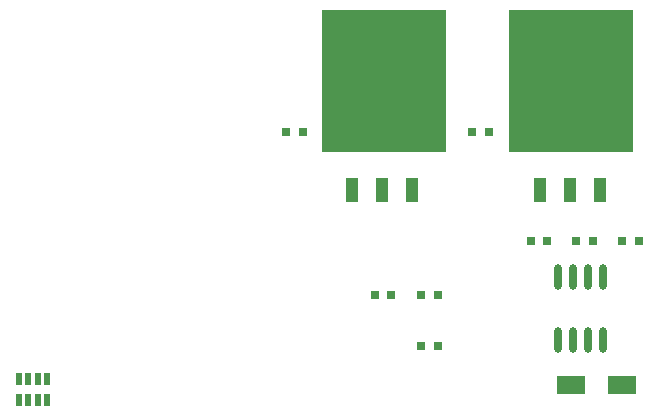
<source format=gbp>
G04*
G04 #@! TF.GenerationSoftware,Altium Limited,Altium Designer,18.1.4 (159)*
G04*
G04 Layer_Color=128*
%FSLAX24Y24*%
%MOIN*%
G70*
G01*
G75*
%ADD17R,0.0197X0.0400*%
%ADD20R,0.0300X0.0300*%
%ADD45R,0.0413X0.0827*%
%ADD46R,0.4134X0.4724*%
%ADD47O,0.0236X0.0866*%
%ADD48R,0.0925X0.0610*%
D17*
X14930Y7600D02*
D03*
Y6900D02*
D03*
X14615Y7600D02*
D03*
Y6900D02*
D03*
X14300Y7600D02*
D03*
Y6900D02*
D03*
X13985Y7600D02*
D03*
Y6900D02*
D03*
D20*
X22900Y15850D02*
D03*
X23450D02*
D03*
X29100D02*
D03*
X29650D02*
D03*
X34650Y12200D02*
D03*
X34100D02*
D03*
X33125D02*
D03*
X32575D02*
D03*
X31050D02*
D03*
X31600D02*
D03*
X27950Y10400D02*
D03*
X27400D02*
D03*
X26400D02*
D03*
X25850D02*
D03*
X27400Y8700D02*
D03*
X27950D02*
D03*
D45*
X25109Y13887D02*
D03*
X27109D02*
D03*
X26109D02*
D03*
X31359D02*
D03*
X33359D02*
D03*
X32359D02*
D03*
D46*
X26150Y17550D02*
D03*
X32400D02*
D03*
D47*
X33450Y8905D02*
D03*
X32950D02*
D03*
X32450D02*
D03*
X31950D02*
D03*
X33450Y10995D02*
D03*
X32950D02*
D03*
X32450D02*
D03*
X31950D02*
D03*
D48*
X32404Y7400D02*
D03*
X34096D02*
D03*
M02*

</source>
